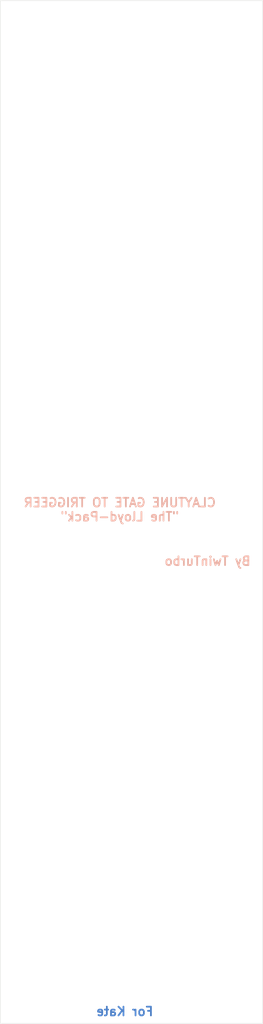
<source format=kicad_pcb>
(kicad_pcb (version 20171130) (host pcbnew "(5.1.7)-1")

  (general
    (thickness 1.6)
    (drawings 10)
    (tracks 0)
    (zones 0)
    (modules 0)
    (nets 1)
  )

  (page A4)
  (layers
    (0 F.Cu signal)
    (31 B.Cu signal)
    (32 B.Adhes user)
    (33 F.Adhes user)
    (34 B.Paste user)
    (35 F.Paste user)
    (36 B.SilkS user)
    (37 F.SilkS user)
    (38 B.Mask user)
    (39 F.Mask user)
    (40 Dwgs.User user)
    (41 Cmts.User user)
    (42 Eco1.User user)
    (43 Eco2.User user)
    (44 Edge.Cuts user)
    (45 Margin user)
    (46 B.CrtYd user)
    (47 F.CrtYd user)
    (48 B.Fab user)
    (49 F.Fab user)
  )

  (setup
    (last_trace_width 0.25)
    (trace_clearance 0.2)
    (zone_clearance 0.508)
    (zone_45_only no)
    (trace_min 0.2)
    (via_size 0.8)
    (via_drill 0.4)
    (via_min_size 0.4)
    (via_min_drill 0.3)
    (uvia_size 0.3)
    (uvia_drill 0.1)
    (uvias_allowed no)
    (uvia_min_size 0.2)
    (uvia_min_drill 0.1)
    (edge_width 0.05)
    (segment_width 0.2)
    (pcb_text_width 0.3)
    (pcb_text_size 1.5 1.5)
    (mod_edge_width 0.12)
    (mod_text_size 1 1)
    (mod_text_width 0.15)
    (pad_size 1.524 1.524)
    (pad_drill 0.762)
    (pad_to_mask_clearance 0)
    (aux_axis_origin 0 0)
    (visible_elements 7FFFFFFF)
    (pcbplotparams
      (layerselection 0x010fc_ffffffff)
      (usegerberextensions false)
      (usegerberattributes true)
      (usegerberadvancedattributes true)
      (creategerberjobfile true)
      (excludeedgelayer true)
      (linewidth 0.100000)
      (plotframeref false)
      (viasonmask false)
      (mode 1)
      (useauxorigin false)
      (hpglpennumber 1)
      (hpglpenspeed 20)
      (hpglpendiameter 15.000000)
      (psnegative false)
      (psa4output false)
      (plotreference true)
      (plotvalue true)
      (plotinvisibletext false)
      (padsonsilk false)
      (subtractmaskfromsilk false)
      (outputformat 1)
      (mirror false)
      (drillshape 1)
      (scaleselection 1)
      (outputdirectory ""))
  )

  (net 0 "")

  (net_class Default "This is the default net class."
    (clearance 0.2)
    (trace_width 0.25)
    (via_dia 0.8)
    (via_drill 0.4)
    (uvia_dia 0.3)
    (uvia_drill 0.1)
  )

  (gr_circle (center 102.31 106.52) (end 107.1 106.38) (layer Dwgs.User) (width 0.15))
  (gr_line (start 79.81 194.03) (end 124.83 19) (layer Dwgs.User) (width 0.15))
  (gr_line (start 79.8 18.99) (end 124.82 194.05) (layer Dwgs.User) (width 0.15))
  (gr_text "By TwinTurbo" (at 115.37 114.93) (layer B.SilkS) (tstamp 5FEDC6C5)
    (effects (font (size 1.5 1.5) (thickness 0.3)) (justify mirror))
  )
  (gr_text "CLAYTUNE GATE TO TRIGGEER\n\"The Lloyd-Pack\"" (at 100.3 106.12) (layer B.SilkS) (tstamp 5FEDC6C4)
    (effects (font (size 1.5 1.5) (thickness 0.3)) (justify mirror))
  )
  (gr_text "For Kate" (at 101.14 191.99) (layer B.Cu) (tstamp 5FEDC6C3)
    (effects (font (size 1.5 1.5) (thickness 0.3)) (justify mirror))
  )
  (gr_line (start 79.8116 19.02604) (end 124.8116 19.02604) (layer Edge.Cuts) (width 0.05) (tstamp 5FEDC6C2))
  (gr_line (start 124.8116 194.02604) (end 124.8116 19.02604) (layer Edge.Cuts) (width 0.05) (tstamp 5FEDC4AF))
  (gr_line (start 79.8116 194.02604) (end 124.8116 194.02604) (layer Edge.Cuts) (width 0.05) (tstamp 5FEDC4AE))
  (gr_line (start 79.8116 19.02604) (end 79.8116 194.02604) (layer Edge.Cuts) (width 0.05) (tstamp 5FEDC4AD))

  (zone (net 0) (net_name "") (layer B.Cu) (tstamp 5FEDC5C4) (hatch edge 0.508)
    (connect_pads (clearance 0.508))
    (min_thickness 0.254)
    (fill (arc_segments 32) (thermal_gap 0.508) (thermal_bridge_width 0.508))
    (polygon
      (pts
        (xy 124.65002 193.72966) (xy 79.92316 193.72966) (xy 79.92316 19.30024) (xy 124.65002 19.30024)
      )
    )
  )
  (zone (net 0) (net_name "") (layer F.Cu) (tstamp 5FEDC5C3) (hatch edge 0.508)
    (connect_pads (clearance 0.508))
    (min_thickness 0.254)
    (fill (arc_segments 32) (thermal_gap 0.508) (thermal_bridge_width 0.508))
    (polygon
      (pts
        (xy 124.66526 193.73728) (xy 79.913 193.73728) (xy 79.913 19.3104) (xy 124.66526 19.3104)
      )
    )
  )
)

</source>
